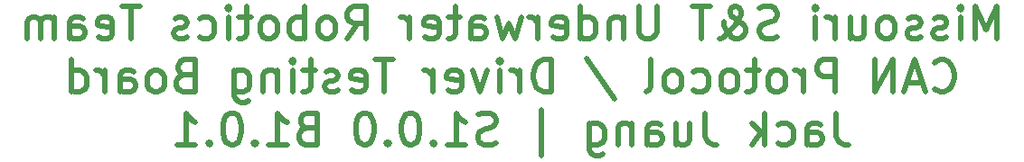
<source format=gbr>
G04 #@! TF.GenerationSoftware,KiCad,Pcbnew,(5.0.1)-3*
G04 #@! TF.CreationDate,2018-11-04T20:32:57-06:00*
G04 #@! TF.ProjectId,ProofOfConceptBoardV1,50726F6F664F66436F6E63657074426F,rev?*
G04 #@! TF.SameCoordinates,Original*
G04 #@! TF.FileFunction,Legend,Bot*
G04 #@! TF.FilePolarity,Positive*
%FSLAX46Y46*%
G04 Gerber Fmt 4.6, Leading zero omitted, Abs format (unit mm)*
G04 Created by KiCad (PCBNEW (5.0.1)-3) date 11/4/2018 8:32:57 PM*
%MOMM*%
%LPD*%
G01*
G04 APERTURE LIST*
%ADD10C,0.500000*%
G04 APERTURE END LIST*
D10*
X172174571Y-71922142D02*
X172174571Y-68922142D01*
X171174571Y-71065000D01*
X170174571Y-68922142D01*
X170174571Y-71922142D01*
X168746000Y-71922142D02*
X168746000Y-69922142D01*
X168746000Y-68922142D02*
X168888857Y-69065000D01*
X168746000Y-69207857D01*
X168603142Y-69065000D01*
X168746000Y-68922142D01*
X168746000Y-69207857D01*
X167460285Y-71779285D02*
X167174571Y-71922142D01*
X166603142Y-71922142D01*
X166317428Y-71779285D01*
X166174571Y-71493571D01*
X166174571Y-71350714D01*
X166317428Y-71065000D01*
X166603142Y-70922142D01*
X167031714Y-70922142D01*
X167317428Y-70779285D01*
X167460285Y-70493571D01*
X167460285Y-70350714D01*
X167317428Y-70065000D01*
X167031714Y-69922142D01*
X166603142Y-69922142D01*
X166317428Y-70065000D01*
X165031714Y-71779285D02*
X164746000Y-71922142D01*
X164174571Y-71922142D01*
X163888857Y-71779285D01*
X163746000Y-71493571D01*
X163746000Y-71350714D01*
X163888857Y-71065000D01*
X164174571Y-70922142D01*
X164603142Y-70922142D01*
X164888857Y-70779285D01*
X165031714Y-70493571D01*
X165031714Y-70350714D01*
X164888857Y-70065000D01*
X164603142Y-69922142D01*
X164174571Y-69922142D01*
X163888857Y-70065000D01*
X162031714Y-71922142D02*
X162317428Y-71779285D01*
X162460285Y-71636428D01*
X162603142Y-71350714D01*
X162603142Y-70493571D01*
X162460285Y-70207857D01*
X162317428Y-70065000D01*
X162031714Y-69922142D01*
X161603142Y-69922142D01*
X161317428Y-70065000D01*
X161174571Y-70207857D01*
X161031714Y-70493571D01*
X161031714Y-71350714D01*
X161174571Y-71636428D01*
X161317428Y-71779285D01*
X161603142Y-71922142D01*
X162031714Y-71922142D01*
X158460285Y-69922142D02*
X158460285Y-71922142D01*
X159746000Y-69922142D02*
X159746000Y-71493571D01*
X159603142Y-71779285D01*
X159317428Y-71922142D01*
X158888857Y-71922142D01*
X158603142Y-71779285D01*
X158460285Y-71636428D01*
X157031714Y-71922142D02*
X157031714Y-69922142D01*
X157031714Y-70493571D02*
X156888857Y-70207857D01*
X156746000Y-70065000D01*
X156460285Y-69922142D01*
X156174571Y-69922142D01*
X155174571Y-71922142D02*
X155174571Y-69922142D01*
X155174571Y-68922142D02*
X155317428Y-69065000D01*
X155174571Y-69207857D01*
X155031714Y-69065000D01*
X155174571Y-68922142D01*
X155174571Y-69207857D01*
X151603142Y-71779285D02*
X151174571Y-71922142D01*
X150460285Y-71922142D01*
X150174571Y-71779285D01*
X150031714Y-71636428D01*
X149888857Y-71350714D01*
X149888857Y-71065000D01*
X150031714Y-70779285D01*
X150174571Y-70636428D01*
X150460285Y-70493571D01*
X151031714Y-70350714D01*
X151317428Y-70207857D01*
X151460285Y-70065000D01*
X151603142Y-69779285D01*
X151603142Y-69493571D01*
X151460285Y-69207857D01*
X151317428Y-69065000D01*
X151031714Y-68922142D01*
X150317428Y-68922142D01*
X149888857Y-69065000D01*
X146174571Y-71922142D02*
X146317428Y-71922142D01*
X146603142Y-71779285D01*
X147031714Y-71350714D01*
X147746000Y-70493571D01*
X148031714Y-70065000D01*
X148174571Y-69636428D01*
X148174571Y-69350714D01*
X148031714Y-69065000D01*
X147746000Y-68922142D01*
X147603142Y-68922142D01*
X147317428Y-69065000D01*
X147174571Y-69350714D01*
X147174571Y-69493571D01*
X147317428Y-69779285D01*
X147460285Y-69922142D01*
X148317428Y-70493571D01*
X148460285Y-70636428D01*
X148603142Y-70922142D01*
X148603142Y-71350714D01*
X148460285Y-71636428D01*
X148317428Y-71779285D01*
X148031714Y-71922142D01*
X147603142Y-71922142D01*
X147317428Y-71779285D01*
X147174571Y-71636428D01*
X146746000Y-71065000D01*
X146603142Y-70636428D01*
X146603142Y-70350714D01*
X145317428Y-68922142D02*
X143603142Y-68922142D01*
X144460285Y-71922142D02*
X144460285Y-68922142D01*
X140317428Y-68922142D02*
X140317428Y-71350714D01*
X140174571Y-71636428D01*
X140031714Y-71779285D01*
X139746000Y-71922142D01*
X139174571Y-71922142D01*
X138888857Y-71779285D01*
X138746000Y-71636428D01*
X138603142Y-71350714D01*
X138603142Y-68922142D01*
X137174571Y-69922142D02*
X137174571Y-71922142D01*
X137174571Y-70207857D02*
X137031714Y-70065000D01*
X136746000Y-69922142D01*
X136317428Y-69922142D01*
X136031714Y-70065000D01*
X135888857Y-70350714D01*
X135888857Y-71922142D01*
X133174571Y-71922142D02*
X133174571Y-68922142D01*
X133174571Y-71779285D02*
X133460285Y-71922142D01*
X134031714Y-71922142D01*
X134317428Y-71779285D01*
X134460285Y-71636428D01*
X134603142Y-71350714D01*
X134603142Y-70493571D01*
X134460285Y-70207857D01*
X134317428Y-70065000D01*
X134031714Y-69922142D01*
X133460285Y-69922142D01*
X133174571Y-70065000D01*
X130603142Y-71779285D02*
X130888857Y-71922142D01*
X131460285Y-71922142D01*
X131746000Y-71779285D01*
X131888857Y-71493571D01*
X131888857Y-70350714D01*
X131746000Y-70065000D01*
X131460285Y-69922142D01*
X130888857Y-69922142D01*
X130603142Y-70065000D01*
X130460285Y-70350714D01*
X130460285Y-70636428D01*
X131888857Y-70922142D01*
X129174571Y-71922142D02*
X129174571Y-69922142D01*
X129174571Y-70493571D02*
X129031714Y-70207857D01*
X128888857Y-70065000D01*
X128603142Y-69922142D01*
X128317428Y-69922142D01*
X127603142Y-69922142D02*
X127031714Y-71922142D01*
X126460285Y-70493571D01*
X125888857Y-71922142D01*
X125317428Y-69922142D01*
X122888857Y-71922142D02*
X122888857Y-70350714D01*
X123031714Y-70065000D01*
X123317428Y-69922142D01*
X123888857Y-69922142D01*
X124174571Y-70065000D01*
X122888857Y-71779285D02*
X123174571Y-71922142D01*
X123888857Y-71922142D01*
X124174571Y-71779285D01*
X124317428Y-71493571D01*
X124317428Y-71207857D01*
X124174571Y-70922142D01*
X123888857Y-70779285D01*
X123174571Y-70779285D01*
X122888857Y-70636428D01*
X121888857Y-69922142D02*
X120746000Y-69922142D01*
X121460285Y-68922142D02*
X121460285Y-71493571D01*
X121317428Y-71779285D01*
X121031714Y-71922142D01*
X120746000Y-71922142D01*
X118603142Y-71779285D02*
X118888857Y-71922142D01*
X119460285Y-71922142D01*
X119745999Y-71779285D01*
X119888857Y-71493571D01*
X119888857Y-70350714D01*
X119745999Y-70065000D01*
X119460285Y-69922142D01*
X118888857Y-69922142D01*
X118603142Y-70065000D01*
X118460285Y-70350714D01*
X118460285Y-70636428D01*
X119888857Y-70922142D01*
X117174571Y-71922142D02*
X117174571Y-69922142D01*
X117174571Y-70493571D02*
X117031714Y-70207857D01*
X116888857Y-70065000D01*
X116603142Y-69922142D01*
X116317428Y-69922142D01*
X111317428Y-71922142D02*
X112317428Y-70493571D01*
X113031714Y-71922142D02*
X113031714Y-68922142D01*
X111888857Y-68922142D01*
X111603142Y-69065000D01*
X111460285Y-69207857D01*
X111317428Y-69493571D01*
X111317428Y-69922142D01*
X111460285Y-70207857D01*
X111603142Y-70350714D01*
X111888857Y-70493571D01*
X113031714Y-70493571D01*
X109603142Y-71922142D02*
X109888857Y-71779285D01*
X110031714Y-71636428D01*
X110174571Y-71350714D01*
X110174571Y-70493571D01*
X110031714Y-70207857D01*
X109888857Y-70065000D01*
X109603142Y-69922142D01*
X109174571Y-69922142D01*
X108888857Y-70065000D01*
X108745999Y-70207857D01*
X108603142Y-70493571D01*
X108603142Y-71350714D01*
X108745999Y-71636428D01*
X108888857Y-71779285D01*
X109174571Y-71922142D01*
X109603142Y-71922142D01*
X107317428Y-71922142D02*
X107317428Y-68922142D01*
X107317428Y-70065000D02*
X107031714Y-69922142D01*
X106460285Y-69922142D01*
X106174571Y-70065000D01*
X106031714Y-70207857D01*
X105888857Y-70493571D01*
X105888857Y-71350714D01*
X106031714Y-71636428D01*
X106174571Y-71779285D01*
X106460285Y-71922142D01*
X107031714Y-71922142D01*
X107317428Y-71779285D01*
X104174571Y-71922142D02*
X104460285Y-71779285D01*
X104603142Y-71636428D01*
X104745999Y-71350714D01*
X104745999Y-70493571D01*
X104603142Y-70207857D01*
X104460285Y-70065000D01*
X104174571Y-69922142D01*
X103745999Y-69922142D01*
X103460285Y-70065000D01*
X103317428Y-70207857D01*
X103174571Y-70493571D01*
X103174571Y-71350714D01*
X103317428Y-71636428D01*
X103460285Y-71779285D01*
X103745999Y-71922142D01*
X104174571Y-71922142D01*
X102317428Y-69922142D02*
X101174571Y-69922142D01*
X101888857Y-68922142D02*
X101888857Y-71493571D01*
X101745999Y-71779285D01*
X101460285Y-71922142D01*
X101174571Y-71922142D01*
X100174571Y-71922142D02*
X100174571Y-69922142D01*
X100174571Y-68922142D02*
X100317428Y-69065000D01*
X100174571Y-69207857D01*
X100031714Y-69065000D01*
X100174571Y-68922142D01*
X100174571Y-69207857D01*
X97460285Y-71779285D02*
X97746000Y-71922142D01*
X98317428Y-71922142D01*
X98603142Y-71779285D01*
X98746000Y-71636428D01*
X98888857Y-71350714D01*
X98888857Y-70493571D01*
X98746000Y-70207857D01*
X98603142Y-70065000D01*
X98317428Y-69922142D01*
X97746000Y-69922142D01*
X97460285Y-70065000D01*
X96317428Y-71779285D02*
X96031714Y-71922142D01*
X95460285Y-71922142D01*
X95174571Y-71779285D01*
X95031714Y-71493571D01*
X95031714Y-71350714D01*
X95174571Y-71065000D01*
X95460285Y-70922142D01*
X95888857Y-70922142D01*
X96174571Y-70779285D01*
X96317428Y-70493571D01*
X96317428Y-70350714D01*
X96174571Y-70065000D01*
X95888857Y-69922142D01*
X95460285Y-69922142D01*
X95174571Y-70065000D01*
X91888857Y-68922142D02*
X90174571Y-68922142D01*
X91031714Y-71922142D02*
X91031714Y-68922142D01*
X88031714Y-71779285D02*
X88317428Y-71922142D01*
X88888857Y-71922142D01*
X89174571Y-71779285D01*
X89317428Y-71493571D01*
X89317428Y-70350714D01*
X89174571Y-70065000D01*
X88888857Y-69922142D01*
X88317428Y-69922142D01*
X88031714Y-70065000D01*
X87888857Y-70350714D01*
X87888857Y-70636428D01*
X89317428Y-70922142D01*
X85317428Y-71922142D02*
X85317428Y-70350714D01*
X85460285Y-70065000D01*
X85746000Y-69922142D01*
X86317428Y-69922142D01*
X86603142Y-70065000D01*
X85317428Y-71779285D02*
X85603142Y-71922142D01*
X86317428Y-71922142D01*
X86603142Y-71779285D01*
X86746000Y-71493571D01*
X86746000Y-71207857D01*
X86603142Y-70922142D01*
X86317428Y-70779285D01*
X85603142Y-70779285D01*
X85317428Y-70636428D01*
X83888857Y-71922142D02*
X83888857Y-69922142D01*
X83888857Y-70207857D02*
X83746000Y-70065000D01*
X83460285Y-69922142D01*
X83031714Y-69922142D01*
X82745999Y-70065000D01*
X82603142Y-70350714D01*
X82603142Y-71922142D01*
X82603142Y-70350714D02*
X82460285Y-70065000D01*
X82174571Y-69922142D01*
X81746000Y-69922142D01*
X81460285Y-70065000D01*
X81317428Y-70350714D01*
X81317428Y-71922142D01*
X166317428Y-76636428D02*
X166460285Y-76779285D01*
X166888857Y-76922142D01*
X167174571Y-76922142D01*
X167603142Y-76779285D01*
X167888857Y-76493571D01*
X168031714Y-76207857D01*
X168174571Y-75636428D01*
X168174571Y-75207857D01*
X168031714Y-74636428D01*
X167888857Y-74350714D01*
X167603142Y-74065000D01*
X167174571Y-73922142D01*
X166888857Y-73922142D01*
X166460285Y-74065000D01*
X166317428Y-74207857D01*
X165174571Y-76065000D02*
X163746000Y-76065000D01*
X165460285Y-76922142D02*
X164460285Y-73922142D01*
X163460285Y-76922142D01*
X162460285Y-76922142D02*
X162460285Y-73922142D01*
X160746000Y-76922142D01*
X160746000Y-73922142D01*
X157031714Y-76922142D02*
X157031714Y-73922142D01*
X155888857Y-73922142D01*
X155603142Y-74065000D01*
X155460285Y-74207857D01*
X155317428Y-74493571D01*
X155317428Y-74922142D01*
X155460285Y-75207857D01*
X155603142Y-75350714D01*
X155888857Y-75493571D01*
X157031714Y-75493571D01*
X154031714Y-76922142D02*
X154031714Y-74922142D01*
X154031714Y-75493571D02*
X153888857Y-75207857D01*
X153746000Y-75065000D01*
X153460285Y-74922142D01*
X153174571Y-74922142D01*
X151746000Y-76922142D02*
X152031714Y-76779285D01*
X152174571Y-76636428D01*
X152317428Y-76350714D01*
X152317428Y-75493571D01*
X152174571Y-75207857D01*
X152031714Y-75065000D01*
X151746000Y-74922142D01*
X151317428Y-74922142D01*
X151031714Y-75065000D01*
X150888857Y-75207857D01*
X150746000Y-75493571D01*
X150746000Y-76350714D01*
X150888857Y-76636428D01*
X151031714Y-76779285D01*
X151317428Y-76922142D01*
X151746000Y-76922142D01*
X149888857Y-74922142D02*
X148746000Y-74922142D01*
X149460285Y-73922142D02*
X149460285Y-76493571D01*
X149317428Y-76779285D01*
X149031714Y-76922142D01*
X148746000Y-76922142D01*
X147317428Y-76922142D02*
X147603142Y-76779285D01*
X147746000Y-76636428D01*
X147888857Y-76350714D01*
X147888857Y-75493571D01*
X147746000Y-75207857D01*
X147603142Y-75065000D01*
X147317428Y-74922142D01*
X146888857Y-74922142D01*
X146603142Y-75065000D01*
X146460285Y-75207857D01*
X146317428Y-75493571D01*
X146317428Y-76350714D01*
X146460285Y-76636428D01*
X146603142Y-76779285D01*
X146888857Y-76922142D01*
X147317428Y-76922142D01*
X143746000Y-76779285D02*
X144031714Y-76922142D01*
X144603142Y-76922142D01*
X144888857Y-76779285D01*
X145031714Y-76636428D01*
X145174571Y-76350714D01*
X145174571Y-75493571D01*
X145031714Y-75207857D01*
X144888857Y-75065000D01*
X144603142Y-74922142D01*
X144031714Y-74922142D01*
X143746000Y-75065000D01*
X142031714Y-76922142D02*
X142317428Y-76779285D01*
X142460285Y-76636428D01*
X142603142Y-76350714D01*
X142603142Y-75493571D01*
X142460285Y-75207857D01*
X142317428Y-75065000D01*
X142031714Y-74922142D01*
X141603142Y-74922142D01*
X141317428Y-75065000D01*
X141174571Y-75207857D01*
X141031714Y-75493571D01*
X141031714Y-76350714D01*
X141174571Y-76636428D01*
X141317428Y-76779285D01*
X141603142Y-76922142D01*
X142031714Y-76922142D01*
X139317428Y-76922142D02*
X139603142Y-76779285D01*
X139746000Y-76493571D01*
X139746000Y-73922142D01*
X133746000Y-73779285D02*
X136317428Y-77636428D01*
X130460285Y-76922142D02*
X130460285Y-73922142D01*
X129746000Y-73922142D01*
X129317428Y-74065000D01*
X129031714Y-74350714D01*
X128888857Y-74636428D01*
X128746000Y-75207857D01*
X128746000Y-75636428D01*
X128888857Y-76207857D01*
X129031714Y-76493571D01*
X129317428Y-76779285D01*
X129746000Y-76922142D01*
X130460285Y-76922142D01*
X127460285Y-76922142D02*
X127460285Y-74922142D01*
X127460285Y-75493571D02*
X127317428Y-75207857D01*
X127174571Y-75065000D01*
X126888857Y-74922142D01*
X126603142Y-74922142D01*
X125603142Y-76922142D02*
X125603142Y-74922142D01*
X125603142Y-73922142D02*
X125746000Y-74065000D01*
X125603142Y-74207857D01*
X125460285Y-74065000D01*
X125603142Y-73922142D01*
X125603142Y-74207857D01*
X124460285Y-74922142D02*
X123746000Y-76922142D01*
X123031714Y-74922142D01*
X120746000Y-76779285D02*
X121031714Y-76922142D01*
X121603142Y-76922142D01*
X121888857Y-76779285D01*
X122031714Y-76493571D01*
X122031714Y-75350714D01*
X121888857Y-75065000D01*
X121603142Y-74922142D01*
X121031714Y-74922142D01*
X120746000Y-75065000D01*
X120603142Y-75350714D01*
X120603142Y-75636428D01*
X122031714Y-75922142D01*
X119317428Y-76922142D02*
X119317428Y-74922142D01*
X119317428Y-75493571D02*
X119174571Y-75207857D01*
X119031714Y-75065000D01*
X118746000Y-74922142D01*
X118460285Y-74922142D01*
X115603142Y-73922142D02*
X113888857Y-73922142D01*
X114746000Y-76922142D02*
X114746000Y-73922142D01*
X111746000Y-76779285D02*
X112031714Y-76922142D01*
X112603142Y-76922142D01*
X112888857Y-76779285D01*
X113031714Y-76493571D01*
X113031714Y-75350714D01*
X112888857Y-75065000D01*
X112603142Y-74922142D01*
X112031714Y-74922142D01*
X111746000Y-75065000D01*
X111603142Y-75350714D01*
X111603142Y-75636428D01*
X113031714Y-75922142D01*
X110460285Y-76779285D02*
X110174571Y-76922142D01*
X109603142Y-76922142D01*
X109317428Y-76779285D01*
X109174571Y-76493571D01*
X109174571Y-76350714D01*
X109317428Y-76065000D01*
X109603142Y-75922142D01*
X110031714Y-75922142D01*
X110317428Y-75779285D01*
X110460285Y-75493571D01*
X110460285Y-75350714D01*
X110317428Y-75065000D01*
X110031714Y-74922142D01*
X109603142Y-74922142D01*
X109317428Y-75065000D01*
X108317428Y-74922142D02*
X107174571Y-74922142D01*
X107888857Y-73922142D02*
X107888857Y-76493571D01*
X107746000Y-76779285D01*
X107460285Y-76922142D01*
X107174571Y-76922142D01*
X106174571Y-76922142D02*
X106174571Y-74922142D01*
X106174571Y-73922142D02*
X106317428Y-74065000D01*
X106174571Y-74207857D01*
X106031714Y-74065000D01*
X106174571Y-73922142D01*
X106174571Y-74207857D01*
X104746000Y-74922142D02*
X104746000Y-76922142D01*
X104746000Y-75207857D02*
X104603142Y-75065000D01*
X104317428Y-74922142D01*
X103888857Y-74922142D01*
X103603142Y-75065000D01*
X103460285Y-75350714D01*
X103460285Y-76922142D01*
X100746000Y-74922142D02*
X100746000Y-77350714D01*
X100888857Y-77636428D01*
X101031714Y-77779285D01*
X101317428Y-77922142D01*
X101746000Y-77922142D01*
X102031714Y-77779285D01*
X100746000Y-76779285D02*
X101031714Y-76922142D01*
X101603142Y-76922142D01*
X101888857Y-76779285D01*
X102031714Y-76636428D01*
X102174571Y-76350714D01*
X102174571Y-75493571D01*
X102031714Y-75207857D01*
X101888857Y-75065000D01*
X101603142Y-74922142D01*
X101031714Y-74922142D01*
X100746000Y-75065000D01*
X96031714Y-75350714D02*
X95603142Y-75493571D01*
X95460285Y-75636428D01*
X95317428Y-75922142D01*
X95317428Y-76350714D01*
X95460285Y-76636428D01*
X95603142Y-76779285D01*
X95888857Y-76922142D01*
X97031714Y-76922142D01*
X97031714Y-73922142D01*
X96031714Y-73922142D01*
X95746000Y-74065000D01*
X95603142Y-74207857D01*
X95460285Y-74493571D01*
X95460285Y-74779285D01*
X95603142Y-75065000D01*
X95746000Y-75207857D01*
X96031714Y-75350714D01*
X97031714Y-75350714D01*
X93603142Y-76922142D02*
X93888857Y-76779285D01*
X94031714Y-76636428D01*
X94174571Y-76350714D01*
X94174571Y-75493571D01*
X94031714Y-75207857D01*
X93888857Y-75065000D01*
X93603142Y-74922142D01*
X93174571Y-74922142D01*
X92888857Y-75065000D01*
X92746000Y-75207857D01*
X92603142Y-75493571D01*
X92603142Y-76350714D01*
X92746000Y-76636428D01*
X92888857Y-76779285D01*
X93174571Y-76922142D01*
X93603142Y-76922142D01*
X90031714Y-76922142D02*
X90031714Y-75350714D01*
X90174571Y-75065000D01*
X90460285Y-74922142D01*
X91031714Y-74922142D01*
X91317428Y-75065000D01*
X90031714Y-76779285D02*
X90317428Y-76922142D01*
X91031714Y-76922142D01*
X91317428Y-76779285D01*
X91460285Y-76493571D01*
X91460285Y-76207857D01*
X91317428Y-75922142D01*
X91031714Y-75779285D01*
X90317428Y-75779285D01*
X90031714Y-75636428D01*
X88603142Y-76922142D02*
X88603142Y-74922142D01*
X88603142Y-75493571D02*
X88460285Y-75207857D01*
X88317428Y-75065000D01*
X88031714Y-74922142D01*
X87746000Y-74922142D01*
X85460285Y-76922142D02*
X85460285Y-73922142D01*
X85460285Y-76779285D02*
X85746000Y-76922142D01*
X86317428Y-76922142D01*
X86603142Y-76779285D01*
X86746000Y-76636428D01*
X86888857Y-76350714D01*
X86888857Y-75493571D01*
X86746000Y-75207857D01*
X86603142Y-75065000D01*
X86317428Y-74922142D01*
X85746000Y-74922142D01*
X85460285Y-75065000D01*
X157103142Y-78922142D02*
X157103142Y-81065000D01*
X157246000Y-81493571D01*
X157531714Y-81779285D01*
X157960285Y-81922142D01*
X158246000Y-81922142D01*
X154388857Y-81922142D02*
X154388857Y-80350714D01*
X154531714Y-80065000D01*
X154817428Y-79922142D01*
X155388857Y-79922142D01*
X155674571Y-80065000D01*
X154388857Y-81779285D02*
X154674571Y-81922142D01*
X155388857Y-81922142D01*
X155674571Y-81779285D01*
X155817428Y-81493571D01*
X155817428Y-81207857D01*
X155674571Y-80922142D01*
X155388857Y-80779285D01*
X154674571Y-80779285D01*
X154388857Y-80636428D01*
X151674571Y-81779285D02*
X151960285Y-81922142D01*
X152531714Y-81922142D01*
X152817428Y-81779285D01*
X152960285Y-81636428D01*
X153103142Y-81350714D01*
X153103142Y-80493571D01*
X152960285Y-80207857D01*
X152817428Y-80065000D01*
X152531714Y-79922142D01*
X151960285Y-79922142D01*
X151674571Y-80065000D01*
X150388857Y-81922142D02*
X150388857Y-78922142D01*
X150103142Y-80779285D02*
X149246000Y-81922142D01*
X149246000Y-79922142D02*
X150388857Y-81065000D01*
X144817428Y-78922142D02*
X144817428Y-81065000D01*
X144960285Y-81493571D01*
X145246000Y-81779285D01*
X145674571Y-81922142D01*
X145960285Y-81922142D01*
X142103142Y-79922142D02*
X142103142Y-81922142D01*
X143388857Y-79922142D02*
X143388857Y-81493571D01*
X143246000Y-81779285D01*
X142960285Y-81922142D01*
X142531714Y-81922142D01*
X142246000Y-81779285D01*
X142103142Y-81636428D01*
X139388857Y-81922142D02*
X139388857Y-80350714D01*
X139531714Y-80065000D01*
X139817428Y-79922142D01*
X140388857Y-79922142D01*
X140674571Y-80065000D01*
X139388857Y-81779285D02*
X139674571Y-81922142D01*
X140388857Y-81922142D01*
X140674571Y-81779285D01*
X140817428Y-81493571D01*
X140817428Y-81207857D01*
X140674571Y-80922142D01*
X140388857Y-80779285D01*
X139674571Y-80779285D01*
X139388857Y-80636428D01*
X137960285Y-79922142D02*
X137960285Y-81922142D01*
X137960285Y-80207857D02*
X137817428Y-80065000D01*
X137531714Y-79922142D01*
X137103142Y-79922142D01*
X136817428Y-80065000D01*
X136674571Y-80350714D01*
X136674571Y-81922142D01*
X133960285Y-79922142D02*
X133960285Y-82350714D01*
X134103142Y-82636428D01*
X134246000Y-82779285D01*
X134531714Y-82922142D01*
X134960285Y-82922142D01*
X135246000Y-82779285D01*
X133960285Y-81779285D02*
X134246000Y-81922142D01*
X134817428Y-81922142D01*
X135103142Y-81779285D01*
X135246000Y-81636428D01*
X135388857Y-81350714D01*
X135388857Y-80493571D01*
X135246000Y-80207857D01*
X135103142Y-80065000D01*
X134817428Y-79922142D01*
X134246000Y-79922142D01*
X133960285Y-80065000D01*
X129531714Y-82922142D02*
X129531714Y-78636428D01*
X125245999Y-81779285D02*
X124817428Y-81922142D01*
X124103142Y-81922142D01*
X123817428Y-81779285D01*
X123674571Y-81636428D01*
X123531714Y-81350714D01*
X123531714Y-81065000D01*
X123674571Y-80779285D01*
X123817428Y-80636428D01*
X124103142Y-80493571D01*
X124674571Y-80350714D01*
X124960285Y-80207857D01*
X125103142Y-80065000D01*
X125245999Y-79779285D01*
X125245999Y-79493571D01*
X125103142Y-79207857D01*
X124960285Y-79065000D01*
X124674571Y-78922142D01*
X123960285Y-78922142D01*
X123531714Y-79065000D01*
X120674571Y-81922142D02*
X122388857Y-81922142D01*
X121531714Y-81922142D02*
X121531714Y-78922142D01*
X121817428Y-79350714D01*
X122103142Y-79636428D01*
X122388857Y-79779285D01*
X119388857Y-81636428D02*
X119245999Y-81779285D01*
X119388857Y-81922142D01*
X119531714Y-81779285D01*
X119388857Y-81636428D01*
X119388857Y-81922142D01*
X117388857Y-78922142D02*
X117103142Y-78922142D01*
X116817428Y-79065000D01*
X116674571Y-79207857D01*
X116531714Y-79493571D01*
X116388857Y-80065000D01*
X116388857Y-80779285D01*
X116531714Y-81350714D01*
X116674571Y-81636428D01*
X116817428Y-81779285D01*
X117103142Y-81922142D01*
X117388857Y-81922142D01*
X117674571Y-81779285D01*
X117817428Y-81636428D01*
X117960285Y-81350714D01*
X118103142Y-80779285D01*
X118103142Y-80065000D01*
X117960285Y-79493571D01*
X117817428Y-79207857D01*
X117674571Y-79065000D01*
X117388857Y-78922142D01*
X115103142Y-81636428D02*
X114960285Y-81779285D01*
X115103142Y-81922142D01*
X115245999Y-81779285D01*
X115103142Y-81636428D01*
X115103142Y-81922142D01*
X113103142Y-78922142D02*
X112817428Y-78922142D01*
X112531714Y-79065000D01*
X112388857Y-79207857D01*
X112245999Y-79493571D01*
X112103142Y-80065000D01*
X112103142Y-80779285D01*
X112245999Y-81350714D01*
X112388857Y-81636428D01*
X112531714Y-81779285D01*
X112817428Y-81922142D01*
X113103142Y-81922142D01*
X113388857Y-81779285D01*
X113531714Y-81636428D01*
X113674571Y-81350714D01*
X113817428Y-80779285D01*
X113817428Y-80065000D01*
X113674571Y-79493571D01*
X113531714Y-79207857D01*
X113388857Y-79065000D01*
X113103142Y-78922142D01*
X107531714Y-80350714D02*
X107103142Y-80493571D01*
X106960285Y-80636428D01*
X106817428Y-80922142D01*
X106817428Y-81350714D01*
X106960285Y-81636428D01*
X107103142Y-81779285D01*
X107388857Y-81922142D01*
X108531714Y-81922142D01*
X108531714Y-78922142D01*
X107531714Y-78922142D01*
X107245999Y-79065000D01*
X107103142Y-79207857D01*
X106960285Y-79493571D01*
X106960285Y-79779285D01*
X107103142Y-80065000D01*
X107245999Y-80207857D01*
X107531714Y-80350714D01*
X108531714Y-80350714D01*
X103960285Y-81922142D02*
X105674571Y-81922142D01*
X104817428Y-81922142D02*
X104817428Y-78922142D01*
X105103142Y-79350714D01*
X105388857Y-79636428D01*
X105674571Y-79779285D01*
X102674571Y-81636428D02*
X102531714Y-81779285D01*
X102674571Y-81922142D01*
X102817428Y-81779285D01*
X102674571Y-81636428D01*
X102674571Y-81922142D01*
X100674571Y-78922142D02*
X100388857Y-78922142D01*
X100103142Y-79065000D01*
X99960285Y-79207857D01*
X99817428Y-79493571D01*
X99674571Y-80065000D01*
X99674571Y-80779285D01*
X99817428Y-81350714D01*
X99960285Y-81636428D01*
X100103142Y-81779285D01*
X100388857Y-81922142D01*
X100674571Y-81922142D01*
X100960285Y-81779285D01*
X101103142Y-81636428D01*
X101245999Y-81350714D01*
X101388857Y-80779285D01*
X101388857Y-80065000D01*
X101245999Y-79493571D01*
X101103142Y-79207857D01*
X100960285Y-79065000D01*
X100674571Y-78922142D01*
X98388857Y-81636428D02*
X98245999Y-81779285D01*
X98388857Y-81922142D01*
X98531714Y-81779285D01*
X98388857Y-81636428D01*
X98388857Y-81922142D01*
X95388857Y-81922142D02*
X97103142Y-81922142D01*
X96245999Y-81922142D02*
X96245999Y-78922142D01*
X96531714Y-79350714D01*
X96817428Y-79636428D01*
X97103142Y-79779285D01*
M02*

</source>
